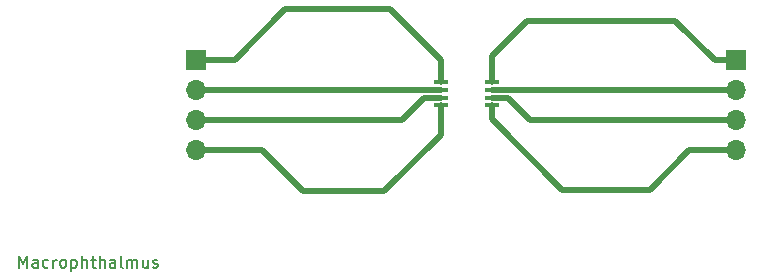
<source format=gbr>
%TF.GenerationSoftware,KiCad,Pcbnew,(7.0.0)*%
%TF.CreationDate,2024-01-29T14:23:52-05:00*%
%TF.ProjectId,VCO,56434f2e-6b69-4636-9164-5f7063625858,rev?*%
%TF.SameCoordinates,Original*%
%TF.FileFunction,Copper,L1,Top*%
%TF.FilePolarity,Positive*%
%FSLAX46Y46*%
G04 Gerber Fmt 4.6, Leading zero omitted, Abs format (unit mm)*
G04 Created by KiCad (PCBNEW (7.0.0)) date 2024-01-29 14:23:52*
%MOMM*%
%LPD*%
G01*
G04 APERTURE LIST*
%ADD10C,0.150000*%
%TA.AperFunction,NonConductor*%
%ADD11C,0.150000*%
%TD*%
%TA.AperFunction,ComponentPad*%
%ADD12R,1.700000X1.700000*%
%TD*%
%TA.AperFunction,ComponentPad*%
%ADD13O,1.700000X1.700000*%
%TD*%
%TA.AperFunction,SMDPad,CuDef*%
%ADD14R,1.308100X0.457200*%
%TD*%
%TA.AperFunction,Conductor*%
%ADD15C,0.500000*%
%TD*%
G04 APERTURE END LIST*
D10*
D11*
X94218095Y-109002380D02*
X94218095Y-108002380D01*
X94218095Y-108002380D02*
X94551428Y-108716666D01*
X94551428Y-108716666D02*
X94884761Y-108002380D01*
X94884761Y-108002380D02*
X94884761Y-109002380D01*
X95789523Y-109002380D02*
X95789523Y-108478571D01*
X95789523Y-108478571D02*
X95741904Y-108383333D01*
X95741904Y-108383333D02*
X95646666Y-108335714D01*
X95646666Y-108335714D02*
X95456190Y-108335714D01*
X95456190Y-108335714D02*
X95360952Y-108383333D01*
X95789523Y-108954761D02*
X95694285Y-109002380D01*
X95694285Y-109002380D02*
X95456190Y-109002380D01*
X95456190Y-109002380D02*
X95360952Y-108954761D01*
X95360952Y-108954761D02*
X95313333Y-108859523D01*
X95313333Y-108859523D02*
X95313333Y-108764285D01*
X95313333Y-108764285D02*
X95360952Y-108669047D01*
X95360952Y-108669047D02*
X95456190Y-108621428D01*
X95456190Y-108621428D02*
X95694285Y-108621428D01*
X95694285Y-108621428D02*
X95789523Y-108573809D01*
X96694285Y-108954761D02*
X96599047Y-109002380D01*
X96599047Y-109002380D02*
X96408571Y-109002380D01*
X96408571Y-109002380D02*
X96313333Y-108954761D01*
X96313333Y-108954761D02*
X96265714Y-108907142D01*
X96265714Y-108907142D02*
X96218095Y-108811904D01*
X96218095Y-108811904D02*
X96218095Y-108526190D01*
X96218095Y-108526190D02*
X96265714Y-108430952D01*
X96265714Y-108430952D02*
X96313333Y-108383333D01*
X96313333Y-108383333D02*
X96408571Y-108335714D01*
X96408571Y-108335714D02*
X96599047Y-108335714D01*
X96599047Y-108335714D02*
X96694285Y-108383333D01*
X97122857Y-109002380D02*
X97122857Y-108335714D01*
X97122857Y-108526190D02*
X97170476Y-108430952D01*
X97170476Y-108430952D02*
X97218095Y-108383333D01*
X97218095Y-108383333D02*
X97313333Y-108335714D01*
X97313333Y-108335714D02*
X97408571Y-108335714D01*
X97884762Y-109002380D02*
X97789524Y-108954761D01*
X97789524Y-108954761D02*
X97741905Y-108907142D01*
X97741905Y-108907142D02*
X97694286Y-108811904D01*
X97694286Y-108811904D02*
X97694286Y-108526190D01*
X97694286Y-108526190D02*
X97741905Y-108430952D01*
X97741905Y-108430952D02*
X97789524Y-108383333D01*
X97789524Y-108383333D02*
X97884762Y-108335714D01*
X97884762Y-108335714D02*
X98027619Y-108335714D01*
X98027619Y-108335714D02*
X98122857Y-108383333D01*
X98122857Y-108383333D02*
X98170476Y-108430952D01*
X98170476Y-108430952D02*
X98218095Y-108526190D01*
X98218095Y-108526190D02*
X98218095Y-108811904D01*
X98218095Y-108811904D02*
X98170476Y-108907142D01*
X98170476Y-108907142D02*
X98122857Y-108954761D01*
X98122857Y-108954761D02*
X98027619Y-109002380D01*
X98027619Y-109002380D02*
X97884762Y-109002380D01*
X98646667Y-108335714D02*
X98646667Y-109335714D01*
X98646667Y-108383333D02*
X98741905Y-108335714D01*
X98741905Y-108335714D02*
X98932381Y-108335714D01*
X98932381Y-108335714D02*
X99027619Y-108383333D01*
X99027619Y-108383333D02*
X99075238Y-108430952D01*
X99075238Y-108430952D02*
X99122857Y-108526190D01*
X99122857Y-108526190D02*
X99122857Y-108811904D01*
X99122857Y-108811904D02*
X99075238Y-108907142D01*
X99075238Y-108907142D02*
X99027619Y-108954761D01*
X99027619Y-108954761D02*
X98932381Y-109002380D01*
X98932381Y-109002380D02*
X98741905Y-109002380D01*
X98741905Y-109002380D02*
X98646667Y-108954761D01*
X99551429Y-109002380D02*
X99551429Y-108002380D01*
X99980000Y-109002380D02*
X99980000Y-108478571D01*
X99980000Y-108478571D02*
X99932381Y-108383333D01*
X99932381Y-108383333D02*
X99837143Y-108335714D01*
X99837143Y-108335714D02*
X99694286Y-108335714D01*
X99694286Y-108335714D02*
X99599048Y-108383333D01*
X99599048Y-108383333D02*
X99551429Y-108430952D01*
X100313334Y-108335714D02*
X100694286Y-108335714D01*
X100456191Y-108002380D02*
X100456191Y-108859523D01*
X100456191Y-108859523D02*
X100503810Y-108954761D01*
X100503810Y-108954761D02*
X100599048Y-109002380D01*
X100599048Y-109002380D02*
X100694286Y-109002380D01*
X101027620Y-109002380D02*
X101027620Y-108002380D01*
X101456191Y-109002380D02*
X101456191Y-108478571D01*
X101456191Y-108478571D02*
X101408572Y-108383333D01*
X101408572Y-108383333D02*
X101313334Y-108335714D01*
X101313334Y-108335714D02*
X101170477Y-108335714D01*
X101170477Y-108335714D02*
X101075239Y-108383333D01*
X101075239Y-108383333D02*
X101027620Y-108430952D01*
X102360953Y-109002380D02*
X102360953Y-108478571D01*
X102360953Y-108478571D02*
X102313334Y-108383333D01*
X102313334Y-108383333D02*
X102218096Y-108335714D01*
X102218096Y-108335714D02*
X102027620Y-108335714D01*
X102027620Y-108335714D02*
X101932382Y-108383333D01*
X102360953Y-108954761D02*
X102265715Y-109002380D01*
X102265715Y-109002380D02*
X102027620Y-109002380D01*
X102027620Y-109002380D02*
X101932382Y-108954761D01*
X101932382Y-108954761D02*
X101884763Y-108859523D01*
X101884763Y-108859523D02*
X101884763Y-108764285D01*
X101884763Y-108764285D02*
X101932382Y-108669047D01*
X101932382Y-108669047D02*
X102027620Y-108621428D01*
X102027620Y-108621428D02*
X102265715Y-108621428D01*
X102265715Y-108621428D02*
X102360953Y-108573809D01*
X102980001Y-109002380D02*
X102884763Y-108954761D01*
X102884763Y-108954761D02*
X102837144Y-108859523D01*
X102837144Y-108859523D02*
X102837144Y-108002380D01*
X103360954Y-109002380D02*
X103360954Y-108335714D01*
X103360954Y-108430952D02*
X103408573Y-108383333D01*
X103408573Y-108383333D02*
X103503811Y-108335714D01*
X103503811Y-108335714D02*
X103646668Y-108335714D01*
X103646668Y-108335714D02*
X103741906Y-108383333D01*
X103741906Y-108383333D02*
X103789525Y-108478571D01*
X103789525Y-108478571D02*
X103789525Y-109002380D01*
X103789525Y-108478571D02*
X103837144Y-108383333D01*
X103837144Y-108383333D02*
X103932382Y-108335714D01*
X103932382Y-108335714D02*
X104075239Y-108335714D01*
X104075239Y-108335714D02*
X104170478Y-108383333D01*
X104170478Y-108383333D02*
X104218097Y-108478571D01*
X104218097Y-108478571D02*
X104218097Y-109002380D01*
X105122858Y-108335714D02*
X105122858Y-109002380D01*
X104694287Y-108335714D02*
X104694287Y-108859523D01*
X104694287Y-108859523D02*
X104741906Y-108954761D01*
X104741906Y-108954761D02*
X104837144Y-109002380D01*
X104837144Y-109002380D02*
X104980001Y-109002380D01*
X104980001Y-109002380D02*
X105075239Y-108954761D01*
X105075239Y-108954761D02*
X105122858Y-108907142D01*
X105551430Y-108954761D02*
X105646668Y-109002380D01*
X105646668Y-109002380D02*
X105837144Y-109002380D01*
X105837144Y-109002380D02*
X105932382Y-108954761D01*
X105932382Y-108954761D02*
X105980001Y-108859523D01*
X105980001Y-108859523D02*
X105980001Y-108811904D01*
X105980001Y-108811904D02*
X105932382Y-108716666D01*
X105932382Y-108716666D02*
X105837144Y-108669047D01*
X105837144Y-108669047D02*
X105694287Y-108669047D01*
X105694287Y-108669047D02*
X105599049Y-108621428D01*
X105599049Y-108621428D02*
X105551430Y-108526190D01*
X105551430Y-108526190D02*
X105551430Y-108478571D01*
X105551430Y-108478571D02*
X105599049Y-108383333D01*
X105599049Y-108383333D02*
X105694287Y-108335714D01*
X105694287Y-108335714D02*
X105837144Y-108335714D01*
X105837144Y-108335714D02*
X105932382Y-108383333D01*
D12*
%TO.P,REF\u002A\u002A,1*%
%TO.N,N/C*%
X154939999Y-91439999D03*
D13*
%TO.P,REF\u002A\u002A,2*%
X154939999Y-93979999D03*
%TO.P,REF\u002A\u002A,3*%
X154939999Y-96519999D03*
%TO.P,REF\u002A\u002A,4*%
X154939999Y-99059999D03*
%TD*%
D14*
%TO.P,REF\u002A\u002A,1*%
%TO.N,N/C*%
X129927349Y-93330001D03*
%TO.P,REF\u002A\u002A,2*%
X129927349Y-93979999D03*
%TO.P,REF\u002A\u002A,3*%
X129927349Y-94630001D03*
%TO.P,REF\u002A\u002A,4*%
X129927349Y-95279999D03*
%TO.P,REF\u002A\u002A,5*%
X134232649Y-95279999D03*
%TO.P,REF\u002A\u002A,6*%
X134232649Y-94630001D03*
%TO.P,REF\u002A\u002A,7*%
X134232649Y-93979999D03*
%TO.P,REF\u002A\u002A,8*%
X134232649Y-93330001D03*
%TD*%
D12*
%TO.P,REF\u002A\u002A,1*%
%TO.N,N/C*%
X109219999Y-91439999D03*
D13*
%TO.P,REF\u002A\u002A,2*%
X109219999Y-93979999D03*
%TO.P,REF\u002A\u002A,3*%
X109219999Y-96519999D03*
%TO.P,REF\u002A\u002A,4*%
X109219999Y-99059999D03*
%TD*%
D15*
%TO.N,*%
X135600002Y-94630002D02*
X137490000Y-96520000D01*
X134232650Y-96442650D02*
X140200000Y-102410000D01*
X125150000Y-102520000D02*
X118230000Y-102520000D01*
X134232650Y-93330002D02*
X134232650Y-91127350D01*
X129927350Y-93330002D02*
X129927350Y-91457350D01*
X116750000Y-87150000D02*
X112460000Y-91440000D01*
X129927350Y-93980000D02*
X109220000Y-93980000D01*
X154940000Y-93980000D02*
X134232650Y-93980000D01*
X150960000Y-99060000D02*
X154940000Y-99060000D01*
X125620000Y-87150000D02*
X116750000Y-87150000D01*
X118230000Y-102520000D02*
X114770000Y-99060000D01*
X129927350Y-95280000D02*
X129927350Y-97742650D01*
X140200000Y-102410000D02*
X147610000Y-102410000D01*
X128529998Y-94630002D02*
X126640000Y-96520000D01*
X129927350Y-91457350D02*
X125620000Y-87150000D01*
X134232650Y-95280000D02*
X134232650Y-96442650D01*
X137240000Y-88120000D02*
X149780000Y-88120000D01*
X129927350Y-97742650D02*
X125150000Y-102520000D01*
X149780000Y-88120000D02*
X153100000Y-91440000D01*
X137490000Y-96520000D02*
X154940000Y-96520000D01*
X112460000Y-91440000D02*
X109220000Y-91440000D01*
X153100000Y-91440000D02*
X154940000Y-91440000D01*
X147610000Y-102410000D02*
X150960000Y-99060000D01*
X126640000Y-96520000D02*
X109220000Y-96520000D01*
X134232650Y-91127350D02*
X137240000Y-88120000D01*
X129927350Y-94630002D02*
X128529998Y-94630002D01*
X134232650Y-94630002D02*
X135600002Y-94630002D01*
X114770000Y-99060000D02*
X109220000Y-99060000D01*
%TD*%
M02*

</source>
